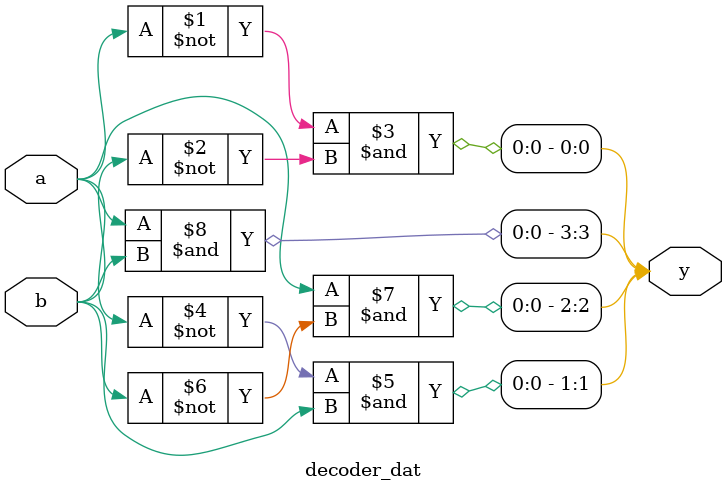
<source format=v>
module decoder_dat(y, a, b);

input a, b;
output [3:0]y;

assign y[0] = ~a & ~b;
assign y[1] = ~a & b;
assign y[2] = a & ~b;
assign y[3] = a & b;

endmodule

</source>
